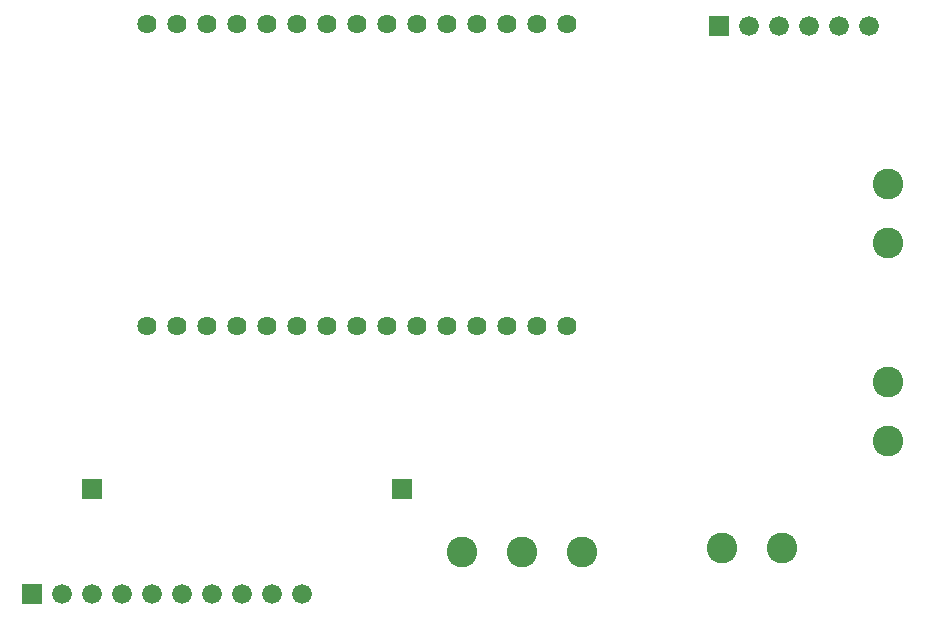
<source format=gts>
G04 Layer: TopSolderMaskLayer*
G04 EasyEDA v6.5.51, 2025-10-20 22:37:19*
G04 c1d3492fca7d471c8217cd0e5b442f4a,12abd119770744df9ef097ef44d34389,10*
G04 Gerber Generator version 0.2*
G04 Scale: 100 percent, Rotated: No, Reflected: No *
G04 Dimensions in millimeters *
G04 leading zeros omitted , absolute positions ,4 integer and 5 decimal *
%FSLAX45Y45*%
%MOMM*%

%AMMACRO1*4,1,8,-0.8085,-0.8382,-0.8382,-0.8082,-0.8382,0.8085,-0.8085,0.8382,0.8082,0.8382,0.8382,0.8085,0.8382,-0.8082,0.8082,-0.8382,-0.8085,-0.8382,0*%
%ADD10C,2.6016*%
%ADD11MACRO1*%
%ADD12C,1.6764*%
%ADD13C,1.6256*%
%ADD14C,0.0183*%

%LPD*%
D10*
G01*
X5753125Y1016000D03*
G01*
X4737125Y1016000D03*
G01*
X5245125Y1016000D03*
G01*
X6937781Y1054100D03*
G01*
X7438669Y1054100D03*
D11*
G01*
X1600225Y1549400D03*
G01*
X4229125Y1549400D03*
D10*
G01*
X8343925Y3635755D03*
G01*
X8343925Y4136644D03*
G01*
X8343900Y1959355D03*
G01*
X8343900Y2460244D03*
D12*
G01*
X3378225Y660400D03*
G01*
X3124225Y660400D03*
G01*
X2870225Y660400D03*
G01*
X2616225Y660400D03*
G01*
X2362225Y660400D03*
G01*
X2108225Y660400D03*
G01*
X1854225Y660400D03*
G01*
X1600225Y660400D03*
G01*
X1346225Y660400D03*
D11*
G01*
X1092225Y660400D03*
D12*
G01*
X8178825Y5473700D03*
G01*
X7924825Y5473700D03*
G01*
X7670825Y5473700D03*
G01*
X7416825Y5473700D03*
G01*
X7162825Y5473700D03*
D11*
G01*
X6908825Y5473700D03*
D13*
G01*
X5626125Y5486400D03*
G01*
X5372125Y5486400D03*
G01*
X5118125Y5486400D03*
G01*
X4864125Y5486400D03*
G01*
X4610125Y5486400D03*
G01*
X4356125Y5486400D03*
G01*
X4102125Y5486400D03*
G01*
X3848125Y5486400D03*
G01*
X3594125Y5486400D03*
G01*
X3340125Y5486400D03*
G01*
X3086125Y5486400D03*
G01*
X2832125Y5486400D03*
G01*
X2578125Y5486400D03*
G01*
X2324125Y5486400D03*
G01*
X2070125Y5486400D03*
G01*
X2070125Y2936392D03*
G01*
X2324125Y2936392D03*
G01*
X2578125Y2936392D03*
G01*
X2832125Y2936392D03*
G01*
X3086125Y2936392D03*
G01*
X3340125Y2936392D03*
G01*
X3594125Y2936392D03*
G01*
X3848125Y2936392D03*
G01*
X4102125Y2936392D03*
G01*
X4356125Y2936392D03*
G01*
X4610125Y2936392D03*
G01*
X4864125Y2936392D03*
G01*
X5118125Y2936392D03*
G01*
X5626125Y2936392D03*
G01*
X5372125Y2936392D03*
M02*

</source>
